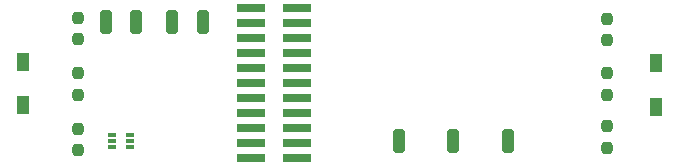
<source format=gbr>
%TF.GenerationSoftware,KiCad,Pcbnew,7.0.1*%
%TF.CreationDate,2023-04-20T14:42:13+09:00*%
%TF.ProjectId,dcc-adapter-board-kato-1.310-21mtc,6463632d-6164-4617-9074-65722d626f61,rev?*%
%TF.SameCoordinates,Original*%
%TF.FileFunction,Paste,Top*%
%TF.FilePolarity,Positive*%
%FSLAX46Y46*%
G04 Gerber Fmt 4.6, Leading zero omitted, Abs format (unit mm)*
G04 Created by KiCad (PCBNEW 7.0.1) date 2023-04-20 14:42:13*
%MOMM*%
%LPD*%
G01*
G04 APERTURE LIST*
G04 Aperture macros list*
%AMRoundRect*
0 Rectangle with rounded corners*
0 $1 Rounding radius*
0 $2 $3 $4 $5 $6 $7 $8 $9 X,Y pos of 4 corners*
0 Add a 4 corners polygon primitive as box body*
4,1,4,$2,$3,$4,$5,$6,$7,$8,$9,$2,$3,0*
0 Add four circle primitives for the rounded corners*
1,1,$1+$1,$2,$3*
1,1,$1+$1,$4,$5*
1,1,$1+$1,$6,$7*
1,1,$1+$1,$8,$9*
0 Add four rect primitives between the rounded corners*
20,1,$1+$1,$2,$3,$4,$5,0*
20,1,$1+$1,$4,$5,$6,$7,0*
20,1,$1+$1,$6,$7,$8,$9,0*
20,1,$1+$1,$8,$9,$2,$3,0*%
G04 Aperture macros list end*
%ADD10R,2.400000X0.740000*%
%ADD11RoundRect,0.237500X0.237500X-0.250000X0.237500X0.250000X-0.237500X0.250000X-0.237500X-0.250000X0*%
%ADD12RoundRect,0.250000X-0.250000X-0.750000X0.250000X-0.750000X0.250000X0.750000X-0.250000X0.750000X0*%
%ADD13R,0.700000X0.340000*%
%ADD14RoundRect,0.203704X-0.346296X0.596296X-0.346296X-0.596296X0.346296X-0.596296X0.346296X0.596296X0*%
%ADD15RoundRect,0.203704X0.346296X-0.596296X0.346296X0.596296X-0.346296X0.596296X-0.346296X-0.596296X0*%
G04 APERTURE END LIST*
D10*
%TO.C,21MTC1*%
X85762000Y-26924000D03*
X85762000Y-28194000D03*
X85762000Y-29464000D03*
X85762000Y-30734000D03*
X85762000Y-32004000D03*
X85762000Y-33274000D03*
X85762000Y-34544000D03*
X85762000Y-35814000D03*
X85762000Y-37084000D03*
X85762000Y-38354000D03*
X85762000Y-39624000D03*
X89662000Y-26924000D03*
X89662000Y-28194000D03*
X89662000Y-29464000D03*
X89662000Y-30734000D03*
X89662000Y-32004000D03*
X89662000Y-33274000D03*
X89662000Y-34544000D03*
X89662000Y-35814000D03*
X89662000Y-37084000D03*
X89662000Y-38354000D03*
X89662000Y-39624000D03*
%TD*%
D11*
%TO.C,R_{Front_Right}1*%
X115900000Y-38800000D03*
X115900000Y-36975000D03*
%TD*%
D12*
%TO.C,Speaker_{2}1*%
X81700000Y-28100000D03*
%TD*%
D13*
%TO.C,MOS1*%
X74000000Y-37700000D03*
X74000000Y-38200000D03*
X74000000Y-38700000D03*
X75500000Y-38700000D03*
X75500000Y-38200000D03*
X75500000Y-37700000D03*
%TD*%
D11*
%TO.C,R_{Rear}1*%
X71100000Y-34300000D03*
X71100000Y-32475000D03*
%TD*%
D14*
%TO.C,LED_{Front}1*%
X120070000Y-35300000D03*
X120070000Y-31600000D03*
%TD*%
D12*
%TO.C,Speaker_{1}1*%
X79100000Y-28100000D03*
%TD*%
%TO.C,Motor_{2}1*%
X76000000Y-28100000D03*
%TD*%
%TO.C,GND1*%
X107500000Y-38200000D03*
%TD*%
D11*
%TO.C,R_{Front}1*%
X115900000Y-34300000D03*
X115900000Y-32475000D03*
%TD*%
D12*
%TO.C,Motor_{1}1*%
X73500000Y-28100000D03*
%TD*%
D11*
%TO.C,R_{Rear_Left}1*%
X71100000Y-29612500D03*
X71100000Y-27787500D03*
%TD*%
D15*
%TO.C,LED_{Rear}1*%
X66430000Y-31500000D03*
X66430000Y-35200000D03*
%TD*%
D11*
%TO.C,R_{Front_Left}1*%
X115900000Y-29700000D03*
X115900000Y-27875000D03*
%TD*%
%TO.C,R_{Rear_Right}1*%
X71100000Y-39012500D03*
X71100000Y-37187500D03*
%TD*%
D12*
%TO.C,+3.3V1*%
X102900000Y-38200000D03*
%TD*%
%TO.C,+12V1*%
X98300000Y-38200000D03*
%TD*%
M02*

</source>
